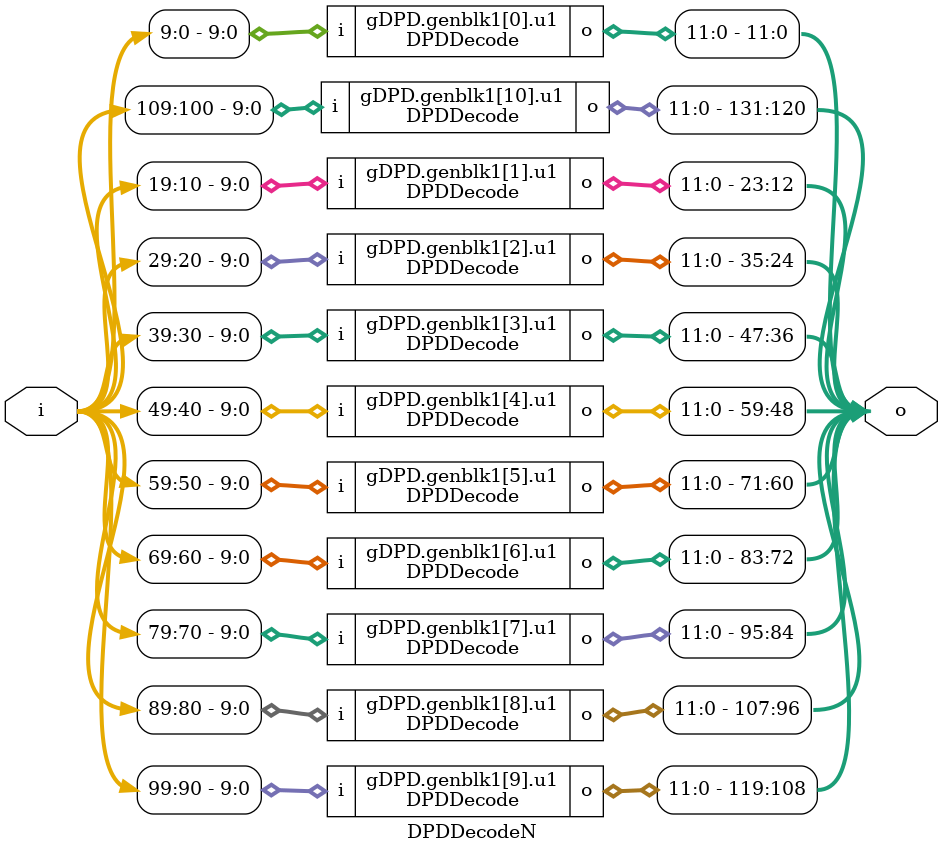
<source format=sv>

module DPDDecode(i, o);
input [9:0] i;
output [11:0] o;

wire a,b,c,d,e,f,g,h,ii,j,k,m;
wire y,x,w,v,u,t,s,r,q,p;

assign {p,q,r,s,t,u,v,w,x,y} = i;

assign a = (v & w) & (~s | t | ~x);
assign b = p & (~v | ~w | (s & ~t & x));
assign c = q & (~v | ~w | (s & ~t & x));
assign d = r;
assign e = v & ((~w & x) | (~t & x) | (s & x));
assign f = (s & (~v | ~x)) | (p & ~s & t & v & w & x);
assign g = (t & (~v | ~x)) | (q & ~s & t & w);
assign h = u;
assign ii = v & ((~w & ~x) | (w & x & (s | t)));
assign j = (~v & w) | (s & v & ~w & x) | (p & w & (~x | (~s & ~t)));
assign k = (~v & x) | (t & ~w & x) | (q & v & w & (~x | (~s & ~t)));
assign m = y;

assign o = {a,b,c,d,e,f,g,h,ii,j,k,m};
 
endmodule

module DPDDecodeN(i, o);
parameter N=11;
input [N*10-1:0] i;
output [N*12-1:0] o;

genvar g;

generate begin : gDPD
	for (g = 0; g < N; g = g + 1)
		DPDDecode u1 (i[g*10+9:g*10], o[g*12+11:g*12]);
end
endgenerate

endmodule

</source>
